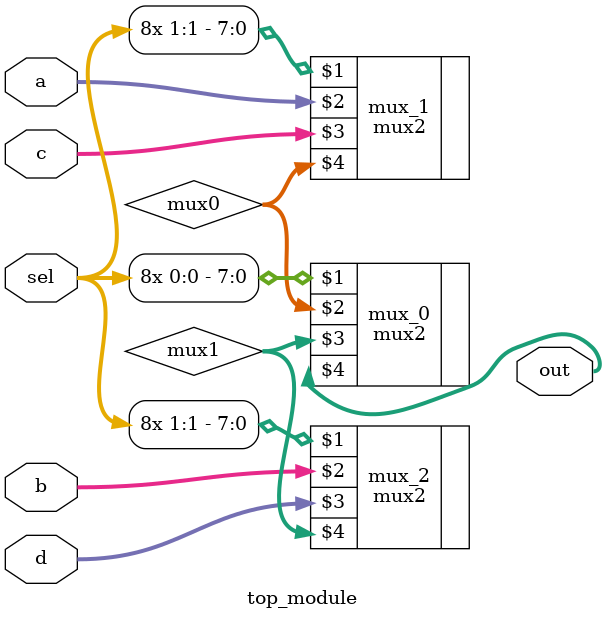
<source format=v>
module top_module (
    input [1:0] sel,
    input [7:0] a,
    input [7:0] b,
    input [7:0] c,
    input [7:0] d,
    output [7:0] out  ); //

    wire [7:0] mux0, mux1;

    mux2 mux_1 ( {8{sel[1]}}, a, c, mux0 );
    mux2 mux_2 ( {8{sel[1]}}, b, d, mux1 );
    mux2 mux_0 ( {8{sel[0]}},mux0,mux1,out);

endmodule

</source>
